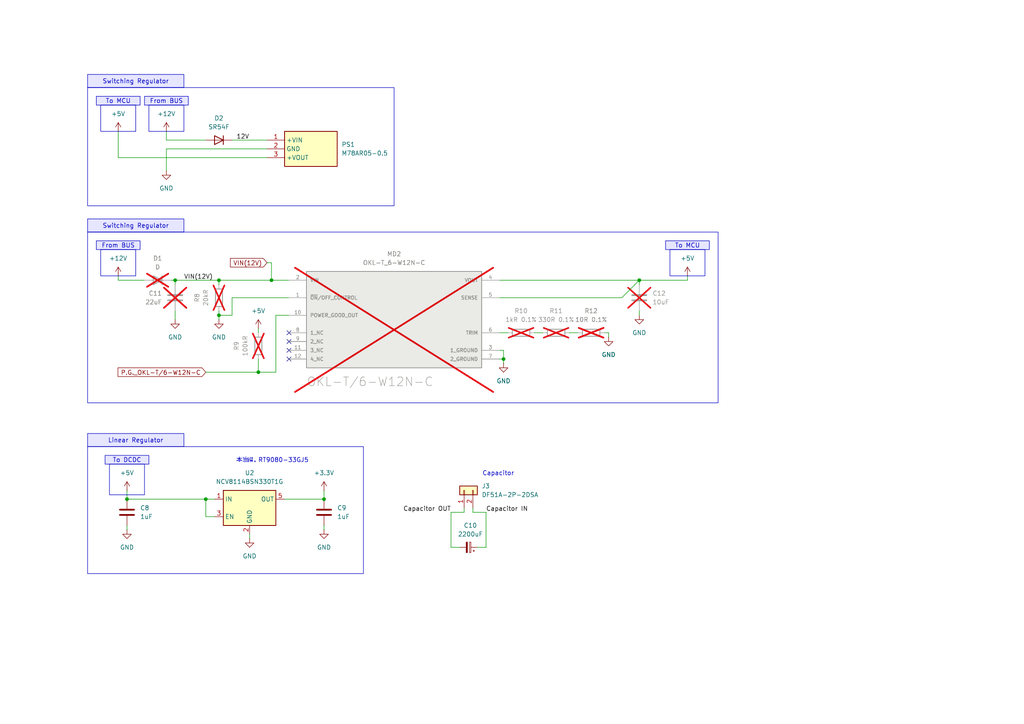
<source format=kicad_sch>
(kicad_sch (version 20250114) (generator "eeschema") (generator_version "9.0")
  (paper "A4")
  (lib_symbols
    (symbol "Connector_Generic:Conn_01x02" (pin_names (offset 1.016) (hide yes))
      (property "Reference" "J" (at 0 2.54 0))
      (property "Value" "Conn_01x02" (at 0 -5.08 0))
      (symbol "Conn_01x02_1_1"
        (rectangle (start -1.27 1.27) (end 1.27 -3.81) (stroke (width 0.254)) (fill (type background)))
        (rectangle (start -1.27 0.127) (end 0 -0.127) (stroke (width 0.1524)))
        (rectangle (start -1.27 -2.413) (end 0 -2.667) (stroke (width 0.1524)))
        (pin passive line (at -5.08 0 0) (length 3.81) (name "Pin_1") (number "1"))
        (pin passive line (at -5.08 -2.54 0) (length 3.81) (name "Pin_2") (number "2"))
      )
    )
    (symbol "Device:C" (pin_numbers (hide yes)) (pin_names (offset 0.254))
      (property "Reference" "C" (at 0.635 2.54 0))
      (property "Value" "C" (at 0.635 -2.54 0))
      (symbol "C_0_1"
        (polyline (pts (xy -2.032 0.762) (xy 2.032 0.762)) (stroke (width 0.508)))
        (polyline (pts (xy -2.032 -0.762) (xy 2.032 -0.762)) (stroke (width 0.508)))
      )
      (symbol "C_1_1"
        (pin passive line (at 0 3.81 270) (length 2.794) (name "~") (number "1"))
        (pin passive line (at 0 -3.81 90) (length 2.794) (name "~") (number "2"))
      )
    )
    (symbol "Device:C_Polarized_Small" (pin_numbers (hide yes)) (pin_names (offset 0.254) (hide yes))
      (property "Reference" "C" (at 0.254 1.778 0))
      (property "Value" "C_Polarized_Small" (at 0.254 -2.032 0))
      (symbol "C_Polarized_Small_0_1"
        (rectangle (start -1.524 0.6858) (end 1.524 0.3048))
        (rectangle (start -1.524 -0.3048) (end 1.524 -0.6858) (fill (type outline)))
        (polyline (pts (xy -1.27 1.524) (xy -0.762 1.524)))
        (polyline (pts (xy -1.016 1.27) (xy -1.016 1.778)))
      )
      (symbol "C_Polarized_Small_1_1"
        (pin passive line (at 0 2.54 270) (length 1.8542) (name "~") (number "1"))
        (pin passive line (at 0 -2.54 90) (length 1.8542) (name "~") (number "2"))
      )
    )
    (symbol "Device:D" (pin_numbers (hide yes)) (pin_names (offset 1.016) (hide yes))
      (property "Reference" "D" (at 0 2.54 0))
      (property "Value" "D" (at 0 -2.54 0))
      (symbol "D_0_1"
        (polyline (pts (xy -1.27 1.27) (xy -1.27 -1.27)) (stroke (width 0.254)))
        (polyline (pts (xy 1.27 1.27) (xy 1.27 -1.27) (xy -1.27 0) (xy 1.27 1.27)) (stroke (width 0.254)))
        (polyline (pts (xy 1.27 0) (xy -1.27 0)))
      )
      (symbol "D_1_1"
        (pin passive line (at -3.81 0 0) (length 2.54) (name "K") (number "1"))
        (pin passive line (at 3.81 0 180) (length 2.54) (name "A") (number "2"))
      )
    )
    (symbol "Device:R" (pin_numbers (hide yes)) (pin_names (offset 0))
      (property "Reference" "R" (at 2.032 0 90))
      (property "Value" "R" (at 0 0 90))
      (symbol "R_0_1"
        (rectangle (start -1.016 -2.54) (end 1.016 2.54) (stroke (width 0.254)))
      )
      (symbol "R_1_1"
        (pin passive line (at 0 3.81 270) (length 1.27) (name "~") (number "1"))
        (pin passive line (at 0 -3.81 90) (length 1.27) (name "~") (number "2"))
      )
    )
    (symbol "Regulator_Linear:NCV8114BSN330T1G"
      (property "Reference" "U" (at 0 8.89 0))
      (property "Value" "NCV8114BSN330T1G" (at 0 6.35 0))
      (symbol "NCV8114BSN330T1G_0_1"
        (rectangle (start -7.62 5.08) (end 7.62 -5.08) (stroke (width 0.254)) (fill (type background)))
      )
      (symbol "NCV8114BSN330T1G_1_1"
        (pin power_in line (at -10.16 2.54 0) (length 2.54) (name "IN") (number "1"))
        (pin input line (at -10.16 -2.54 0) (length 2.54) (name "EN") (number "3"))
        (pin power_in line (at 0 -7.62 90) (length 2.54) (name "GND") (number "2"))
        (pin no_connect line (at 7.62 -2.54 180) (length 2.54) (hide yes) (name "NC") (number "4"))
        (pin power_out line (at 10.16 2.54 180) (length 2.54) (name "OUT") (number "5"))
      )
    )
    (symbol "TSRP_IC:M78AR05-0.5"
      (property "Reference" "PS" (at 21.59 7.62 0))
      (property "Value" "M78AR05-0.5" (at 21.59 5.08 0))
      (symbol "M78AR05-0.5_1_1"
        (rectangle (start 5.08 2.54) (end 20.32 -7.62) (stroke (width 0.254)) (fill (type background)))
        (pin passive line (at 0 0 0) (length 5.08) (name "+VIN") (number "1"))
        (pin passive line (at 0 -2.54 0) (length 5.08) (name "GND") (number "2"))
        (pin passive line (at 0 -5.08 0) (length 5.08) (name "+VOUT") (number "3"))
      )
    )
    (symbol "TSRP_IC:OKL-T_6-W12N-C" (pin_names (offset 1.016))
      (property "Reference" "MD" (at 2.54 -2.54 0))
      (property "Value" "OKL-T_6-W12N-C" (at 0 0 0))
      (symbol "OKL-T_6-W12N-C_0_0"
        (rectangle (start 2.54 -33.02) (end 53.34 -5.08) (stroke (width 0.254)) (fill (type background)))
        (text "OKL-T/6-W12N-C" (at 2.54 -35.56 0) (effects (font (size 2.54 2.54)) (justify left top)))
        (pin bidirectional line (at -2.54 -7.62 0) (length 5.08) (name "VIN") (number "2"))
        (pin bidirectional line (at -2.54 -12.7 0) (length 5.08) (name "~{ON}/OFF_CONTROL") (number "1"))
        (pin open_collector line (at -2.54 -17.78 0) (length 5.08) (name "POWER_GOOD_OUT") (number "10"))
        (pin passive line (at -2.54 -22.86 0) (length 5.08) (name "1_NC") (number "8"))
        (pin passive line (at -2.54 -25.4 0) (length 5.08) (name "2_NC") (number "9"))
        (pin passive line (at -2.54 -27.94 0) (length 5.08) (name "3_NC") (number "11"))
        (pin passive line (at -2.54 -30.48 0) (length 5.08) (name "4_NC") (number "12"))
        (pin bidirectional line (at 58.42 -7.62 180) (length 5.08) (name "VOUT") (number "4"))
        (pin passive line (at 58.42 -12.7 180) (length 5.08) (name "SENSE") (number "5"))
        (pin passive line (at 58.42 -22.86 180) (length 5.08) (name "TRIM") (number "6"))
        (pin power_in line (at 58.42 -27.94 180) (length 5.08) (name "1_GROUND") (number "3"))
        (pin power_in line (at 58.42 -30.48 180) (length 5.08) (name "2_GROUND") (number "7"))
      )
    )
    (symbol "power:+12V" (power) (pin_numbers (hide yes)) (pin_names (offset 0) (hide yes))
      (property "Value" "+12V" (at 0 3.556 0))
      (symbol "+12V_0_1"
        (polyline (pts (xy -0.762 1.27) (xy 0 2.54)))
        (polyline (pts (xy 0 2.54) (xy 0.762 1.27)))
        (polyline (pts (xy 0 0) (xy 0 2.54)))
      )
      (symbol "+12V_1_1"
        (pin power_in line (at 0 0 90) (length 0) (name "~") (number "1"))
      )
    )
    (symbol "power:+3.3V" (power) (pin_numbers (hide yes)) (pin_names (offset 0) (hide yes))
      (property "Value" "+3.3V" (at 0 3.556 0))
      (symbol "+3.3V_0_1"
        (polyline (pts (xy -0.762 1.27) (xy 0 2.54)))
        (polyline (pts (xy 0 2.54) (xy 0.762 1.27)))
        (polyline (pts (xy 0 0) (xy 0 2.54)))
      )
      (symbol "+3.3V_1_1"
        (pin power_in line (at 0 0 90) (length 0) (name "~") (number "1"))
      )
    )
    (symbol "power:+5V" (power) (pin_numbers (hide yes)) (pin_names (offset 0) (hide yes))
      (property "Value" "+5V" (at 0 3.556 0))
      (symbol "+5V_0_1"
        (polyline (pts (xy -0.762 1.27) (xy 0 2.54)))
        (polyline (pts (xy 0 2.54) (xy 0.762 1.27)))
        (polyline (pts (xy 0 0) (xy 0 2.54)))
      )
      (symbol "+5V_1_1"
        (pin power_in line (at 0 0 90) (length 0) (name "~") (number "1"))
      )
    )
    (symbol "power:GND" (power) (pin_numbers (hide yes)) (pin_names (offset 0) (hide yes))
      (property "Value" "GND" (at 0 -3.81 0))
      (symbol "GND_0_1"
        (polyline (pts (xy 0 0) (xy 0 -1.27) (xy 1.27 -1.27) (xy 0 -2.54) (xy -1.27 -1.27) (xy 0 -1.27)))
      )
      (symbol "GND_1_1"
        (pin power_in line (at 0 0 270) (length 0) (name "~") (number "1"))
      )
    )
  )
  (rectangle (start 29.21 30.48) (end 39.37 38.1))
  (rectangle (start 25.4 25.4) (end 114.3 59.69))
  (rectangle (start 25.4 129.54) (end 105.41 166.37))
  (rectangle (start 43.18 30.48) (end 53.34 38.1))
  (rectangle (start 194.31 72.39) (end 204.47 80.01))
  (rectangle (start 31.75 134.62) (end 41.91 143.51))
  (rectangle (start 25.4 67.31) (end 208.28 116.84))
  (rectangle (start 29.21 72.39) (end 39.37 80.01))
  (text "Capacitor" (at 144.526 137.414 0) (effects (font (size 1.27 1.27))))
  (text "本当は，RT9080-33GJ5" (at 78.994 133.604 0) (effects (font (size 1.27 1.27))))
  (text_box "Linear Regulator" (at 25.4 125.73 0) (size 27.94 3.81) (margins 0.9525 0.9525 0.9525 0.9525) (fill (type color) (color 0 0 255 0.1)) (effects (font (size 1.27 1.27))))
  (text_box "Switching Regulator" (at 25.4 21.59 0) (size 27.94 3.81) (margins 0.9525 0.9525 0.9525 0.9525) (fill (type color) (color 0 0 255 0.1)) (effects (font (size 1.27 1.27))))
  (text_box "Switching Regulator" (at 25.4 63.5 0) (size 27.94 3.81) (margins 0.9525 0.9525 0.9525 0.9525) (fill (type color) (color 0 0 255 0.1)) (effects (font (size 1.27 1.27))))
  (text_box "To MCU" (at 27.94 27.94 0) (size 12.7 2.54) (margins 0.9525 0.9525 0.9525 0.9525) (fill (type color) (color 0 0 255 0.1)) (effects (font (size 1.27 1.27))))
  (text_box "To DCDC" (at 30.48 132.08 0) (size 12.7 2.54) (margins 0.9525 0.9525 0.9525 0.9525) (fill (type color) (color 0 0 255 0.1)) (effects (font (size 1.27 1.27))))
  (text_box "To MCU" (at 193.04 69.85 0) (size 12.7 2.54) (margins 0.9525 0.9525 0.9525 0.9525) (fill (type color) (color 0 0 255 0.1)) (effects (font (size 1.27 1.27))))
  (text_box "From BUS" (at 41.91 27.94 0) (size 12.7 2.54) (margins 0.9525 0.9525 0.9525 0.9525) (fill (type color) (color 0 0 255 0.1)) (effects (font (size 1.27 1.27))))
  (text_box "From BUS" (at 27.94 69.85 0) (size 12.7 2.54) (margins 0.9525 0.9525 0.9525 0.9525) (fill (type color) (color 0 0 255 0.1)) (effects (font (size 1.27 1.27))))
  (junction (at 74.93 107.95))
  (junction (at 146.05 104.14))
  (junction (at 59.69 144.78))
  (junction (at 63.5 91.44))
  (junction (at 78.74 81.28))
  (junction (at 36.83 144.78))
  (junction (at 50.8 81.28))
  (junction (at 63.5 81.28))
  (junction (at 185.42 81.28))
  (junction (at 93.98 144.78))
  (no_connect (at 83.82 96.52))
  (no_connect (at 83.82 104.14))
  (no_connect (at 83.82 101.6))
  (no_connect (at 83.82 99.06))
  (wire (pts (xy 67.31 40.64) (xy 77.47 40.64)))
  (wire (pts (xy 165.1 96.52) (xy 167.64 96.52)))
  (wire (pts (xy 175.26 96.52) (xy 176.53 96.52)))
  (wire (pts (xy 144.78 96.52) (xy 147.32 96.52)))
  (wire (pts (xy 74.93 95.25) (xy 74.93 96.52)))
  (wire (pts (xy 63.5 91.44) (xy 63.5 90.17)))
  (wire (pts (xy 48.26 43.18) (xy 48.26 49.53)))
  (wire (pts (xy 36.83 144.78) (xy 36.83 142.24)))
  (wire (pts (xy 185.42 81.28) (xy 185.42 82.55)))
  (wire (pts (xy 59.69 107.95) (xy 74.93 107.95)))
  (wire (pts (xy 144.78 101.6) (xy 146.05 101.6)))
  (wire (pts (xy 48.26 40.64) (xy 48.26 38.1)))
  (wire (pts (xy 146.05 101.6) (xy 146.05 104.14)))
  (wire (pts (xy 180.34 86.36) (xy 185.42 81.28)))
  (wire (pts (xy 48.26 40.64) (xy 59.69 40.64)))
  (wire (pts (xy 80.01 91.44) (xy 80.01 107.95)))
  (wire (pts (xy 49.53 81.28) (xy 50.8 81.28)))
  (wire (pts (xy 138.43 158.75) (xy 140.97 158.75)))
  (wire (pts (xy 59.69 149.86) (xy 59.69 144.78)))
  (wire (pts (xy 63.5 82.55) (xy 63.5 81.28)))
  (wire (pts (xy 78.74 76.2) (xy 78.74 81.28)))
  (wire (pts (xy 78.74 81.28) (xy 83.82 81.28)))
  (wire (pts (xy 130.81 158.75) (xy 133.35 158.75)))
  (wire (pts (xy 83.82 86.36) (xy 67.31 86.36)))
  (wire (pts (xy 50.8 82.55) (xy 50.8 81.28)))
  (wire (pts (xy 77.47 45.72) (xy 34.29 45.72)))
  (wire (pts (xy 77.47 43.18) (xy 48.26 43.18)))
  (wire (pts (xy 50.8 81.28) (xy 63.5 81.28)))
  (wire (pts (xy 72.39 156.21) (xy 72.39 154.94)))
  (wire (pts (xy 36.83 152.4) (xy 36.83 153.67)))
  (wire (pts (xy 34.29 45.72) (xy 34.29 38.1)))
  (wire (pts (xy 176.53 96.52) (xy 176.53 97.79)))
  (wire (pts (xy 130.81 148.59) (xy 130.81 158.75)))
  (wire (pts (xy 67.31 91.44) (xy 63.5 91.44)))
  (wire (pts (xy 144.78 81.28) (xy 185.42 81.28)))
  (wire (pts (xy 185.42 81.28) (xy 199.39 81.28)))
  (wire (pts (xy 134.62 147.32) (xy 134.62 148.59)))
  (wire (pts (xy 146.05 104.14) (xy 146.05 105.41)))
  (wire (pts (xy 93.98 152.4) (xy 93.98 153.67)))
  (wire (pts (xy 144.78 86.36) (xy 180.34 86.36)))
  (wire (pts (xy 82.55 144.78) (xy 93.98 144.78)))
  (wire (pts (xy 62.23 144.78) (xy 59.69 144.78)))
  (wire (pts (xy 134.62 148.59) (xy 130.81 148.59)))
  (wire (pts (xy 154.94 96.52) (xy 157.48 96.52)))
  (wire (pts (xy 63.5 81.28) (xy 78.74 81.28)))
  (wire (pts (xy 185.42 90.17) (xy 185.42 91.44)))
  (wire (pts (xy 34.29 81.28) (xy 34.29 80.01)))
  (wire (pts (xy 144.78 104.14) (xy 146.05 104.14)))
  (wire (pts (xy 77.47 76.2) (xy 78.74 76.2)))
  (wire (pts (xy 63.5 91.44) (xy 63.5 92.71)))
  (wire (pts (xy 137.16 147.32) (xy 137.16 148.59)))
  (wire (pts (xy 62.23 149.86) (xy 59.69 149.86)))
  (wire (pts (xy 199.39 81.28) (xy 199.39 80.01)))
  (wire (pts (xy 140.97 148.59) (xy 140.97 158.75)))
  (wire (pts (xy 80.01 107.95) (xy 74.93 107.95)))
  (wire (pts (xy 34.29 81.28) (xy 41.91 81.28)))
  (wire (pts (xy 93.98 144.78) (xy 93.98 142.24)))
  (wire (pts (xy 83.82 91.44) (xy 80.01 91.44)))
  (wire (pts (xy 74.93 104.14) (xy 74.93 107.95)))
  (wire (pts (xy 67.31 86.36) (xy 67.31 91.44)))
  (wire (pts (xy 137.16 148.59) (xy 140.97 148.59)))
  (wire (pts (xy 59.69 144.78) (xy 36.83 144.78)))
  (wire (pts (xy 50.8 90.17) (xy 50.8 92.71)))
  (label "Capacitor IN" (at 140.97 148.59 0))
  (label "12V" (at 68.58 40.64 0))
  (label "VIN(12V)" (at 53.34 81.28 0))
  (label "Capacitor OUT" (at 130.81 148.59 180))
  (global_label "P.G._OKL-T{slash}6-W12N-C" (shape input) (at 59.69 107.95 180) (property "Intersheetrefs" "${INTERSHEET_REFS}" (effects (hide yes))))
  (global_label "VIN(12V)" (shape input) (at 77.47 76.2 180) (property "Intersheetrefs" "${INTERSHEET_REFS}" (effects (hide yes))))
  (symbol (lib_id "Device:R") (at 161.29 96.52 90) (unit 1) (exclude_from_sim yes) (in_bom no) (on_board no) (dnp yes)
    (property "Reference" "R11" (at 161.29 90.17 90))
    (property "Value" "330R 0.1%" (at 161.29 92.71 90))
    (property "Footprint" "Resistor_SMD:R_0603_1608Metric_Pad0.98x0.95mm_HandSolder" (effects (hide yes)))
    (property "Description" "Resistor" (effects (hide yes)))
  )
  (symbol (lib_id "Regulator_Linear:NCV8114BSN330T1G") (at 72.39 147.32 0) (unit 1)
    (property "Reference" "U2" (at 72.39 137.16 0))
    (property "Value" "NCV8114BSN330T1G" (at 72.39 139.7 0))
    (property "Footprint" "Package_TO_SOT_SMD:TSOT-23-5" (effects (hide yes)))
    (property "Datasheet" "https://akizukidenshi.com/catalog/g/g129588/" (effects (hide yes)))
    (property "Description" "300mA, Low Noise, Linear Regulator without output active discharge function, 1.7-5.5V input voltage range, 3.3V fixed positive output, TSOT-23-5" (effects (hide yes)))
  )
  (symbol (lib_id "power:GND") (at 50.8 92.71 0) (unit 1)
    (property "Reference" "#PWR042" (effects (hide yes)))
    (property "Value" "GND" (at 50.8 97.79 0))
    (property "Description" "Power symbol creates a global label with name \"GND\" , ground" (effects (hide yes)))
  )
  (symbol (lib_id "power:GND") (at 146.05 105.41 0) (unit 1)
    (property "Reference" "#PWR045" (effects (hide yes)))
    (property "Value" "GND" (at 146.05 110.49 0))
    (property "Description" "Power symbol creates a global label with name \"GND\" , ground" (effects (hide yes)))
  )
  (symbol (lib_id "power:+12V") (at 48.26 38.1 0) (unit 1)
    (property "Reference" "#PWR020" (effects (hide yes)))
    (property "Value" "+12V" (at 48.26 33.02 0))
    (property "Description" "Power symbol creates a global label with name \"+12V\"" (effects (hide yes)))
  )
  (symbol (lib_id "Device:R") (at 171.45 96.52 90) (unit 1) (exclude_from_sim yes) (in_bom no) (on_board no) (dnp yes)
    (property "Reference" "R12" (at 171.45 90.17 90))
    (property "Value" "10R 0.1%" (at 171.45 92.71 90))
    (property "Footprint" "Resistor_SMD:R_0603_1608Metric_Pad0.98x0.95mm_HandSolder" (effects (hide yes)))
    (property "Description" "Resistor" (effects (hide yes)))
  )
  (symbol (lib_id "power:+5V") (at 199.39 80.01 0) (unit 1)
    (property "Reference" "#PWR048" (effects (hide yes)))
    (property "Value" "+5V" (at 199.39 74.93 0))
    (property "Description" "Power symbol creates a global label with name \"+5V\"" (effects (hide yes)))
  )
  (symbol (lib_id "power:GND") (at 36.83 153.67 0) (unit 1)
    (property "Reference" "#PWR036" (effects (hide yes)))
    (property "Value" "GND" (at 36.83 158.75 0))
    (property "Description" "Power symbol creates a global label with name \"GND\" , ground" (effects (hide yes)))
  )
  (symbol (lib_id "power:GND") (at 48.26 49.53 0) (unit 1)
    (property "Reference" "#PWR022" (effects (hide yes)))
    (property "Value" "GND" (at 48.26 54.61 0))
    (property "Description" "Power symbol creates a global label with name \"GND\" , ground" (effects (hide yes)))
  )
  (symbol (lib_id "Device:R") (at 151.13 96.52 90) (unit 1) (exclude_from_sim yes) (in_bom no) (on_board no) (dnp yes)
    (property "Reference" "R10" (at 151.13 90.17 90))
    (property "Value" "1kR 0.1%" (at 151.13 92.71 90))
    (property "Footprint" "Resistor_SMD:R_0603_1608Metric_Pad0.98x0.95mm_HandSolder" (effects (hide yes)))
    (property "Description" "Resistor" (effects (hide yes)))
  )
  (symbol (lib_id "Device:D") (at 63.5 40.64 180) (unit 1)
    (property "Reference" "D2" (at 63.5 34.29 0))
    (property "Value" "SR54F" (at 63.5 36.83 0))
    (property "Footprint" "Diode_SMD:D_SMA" (effects (hide yes)))
    (property "Datasheet" "https://akizukidenshi.com/catalog/g/g106125/" (effects (hide yes)))
    (property "Description" "Diode" (effects (hide yes)))
    (property "Sim.Device" "D" (effects (hide yes)))
    (property "Sim.Pins" "1=K 2=A" (effects (hide yes)))
  )
  (symbol (lib_id "Device:C") (at 50.8 86.36 0) (mirror y) (unit 1) (exclude_from_sim yes) (in_bom no) (on_board no) (dnp yes)
    (property "Reference" "C11" (at 46.99 85.0899 0) (effects (justify left)))
    (property "Value" "22uF" (at 46.99 87.6299 0) (effects (justify left)))
    (property "Footprint" "Capacitor_SMD:C_0805_2012Metric_Pad1.18x1.45mm_HandSolder" (effects (hide yes)))
    (property "Datasheet" "https://akizukidenshi.com/catalog/g/g108240/" (effects (hide yes)))
    (property "Description" "Unpolarized capacitor" (effects (hide yes)))
  )
  (symbol (lib_id "power:GND") (at 185.42 91.44 0) (unit 1)
    (property "Reference" "#PWR047" (effects (hide yes)))
    (property "Value" "GND" (at 185.42 96.52 0))
    (property "Description" "Power symbol creates a global label with name \"GND\" , ground" (effects (hide yes)))
  )
  (symbol (lib_id "Device:R") (at 63.5 86.36 0) (mirror y) (unit 1) (exclude_from_sim yes) (in_bom no) (on_board no) (dnp yes)
    (property "Reference" "R8" (at 57.15 86.36 90))
    (property "Value" "20kR" (at 59.69 86.36 90))
    (property "Footprint" "Resistor_SMD:R_0603_1608Metric_Pad0.98x0.95mm_HandSolder" (effects (hide yes)))
    (property "Datasheet" "https://www.digikey.jp/ja/products/detail/panasonic-electronic-components/ERA-3ARB203V/3073650" (effects (hide yes)))
    (property "Description" "Resistor" (effects (hide yes)))
  )
  (symbol (lib_id "Device:C") (at 93.98 148.59 0) (unit 1)
    (property "Reference" "C9" (at 97.79 147.3199 0) (effects (justify left)))
    (property "Value" "1uF" (at 97.79 149.8599 0) (effects (justify left)))
    (property "Footprint" "Capacitor_SMD:C_0603_1608Metric_Pad1.08x0.95mm_HandSolder" (effects (hide yes)))
    (property "Description" "Unpolarized capacitor" (effects (hide yes)))
  )
  (symbol (lib_id "Device:R") (at 74.93 100.33 0) (mirror y) (unit 1) (exclude_from_sim yes) (in_bom no) (on_board no) (dnp yes)
    (property "Reference" "R9" (at 68.58 100.33 90))
    (property "Value" "100kR" (at 71.12 100.33 90))
    (property "Footprint" "Resistor_SMD:R_0603_1608Metric_Pad0.98x0.95mm_HandSolder" (effects (hide yes)))
    (property "Datasheet" "https://www.sengoku.co.jp/mod/sgk_cart/detail.php?code=EEHD-57HD" (effects (hide yes)))
    (property "Description" "Resistor" (effects (hide yes)))
  )
  (symbol (lib_id "power:GND") (at 72.39 156.21 0) (unit 1)
    (property "Reference" "#PWR034" (effects (hide yes)))
    (property "Value" "GND" (at 72.39 161.29 0))
    (property "Description" "Power symbol creates a global label with name \"GND\" , ground" (effects (hide yes)))
  )
  (symbol (lib_id "power:+3.3V") (at 93.98 142.24 0) (unit 1)
    (property "Reference" "#PWR033" (effects (hide yes)))
    (property "Value" "+3.3V" (at 93.98 137.16 0))
    (property "Description" "Power symbol creates a global label with name \"+3.3V\"" (effects (hide yes)))
  )
  (symbol (lib_id "power:+5V") (at 74.93 95.25 0) (unit 1)
    (property "Reference" "#PWR044" (effects (hide yes)))
    (property "Value" "+5V" (at 74.93 90.17 0))
    (property "Description" "Power symbol creates a global label with name \"+5V\"" (effects (hide yes)))
  )
  (symbol (lib_id "power:GND") (at 63.5 92.71 0) (unit 1)
    (property "Reference" "#PWR043" (effects (hide yes)))
    (property "Value" "GND" (at 63.5 97.79 0))
    (property "Description" "Power symbol creates a global label with name \"GND\" , ground" (effects (hide yes)))
  )
  (symbol (lib_id "Device:D") (at 45.72 81.28 180) (unit 1) (exclude_from_sim yes) (in_bom no) (on_board no) (dnp yes)
    (property "Reference" "D1" (at 45.72 74.93 0))
    (property "Value" "D" (at 45.72 77.47 0))
    (property "Footprint" "Diode_SMD:D_SMA" (effects (hide yes)))
    (property "Description" "Diode" (effects (hide yes)))
    (property "Sim.Device" "D" (effects (hide yes)))
    (property "Sim.Pins" "1=K 2=A" (effects (hide yes)))
  )
  (symbol (lib_id "power:+12V") (at 34.29 80.01 0) (unit 1)
    (property "Reference" "#PWR041" (effects (hide yes)))
    (property "Value" "+12V" (at 34.29 74.93 0))
    (property "Description" "Power symbol creates a global label with name \"+12V\"" (effects (hide yes)))
  )
  (symbol (lib_id "Connector_Generic:Conn_01x02") (at 134.62 142.24 90) (unit 1)
    (property "Reference" "J3" (at 139.7 140.9699 90) (effects (justify right)))
    (property "Value" "DF51A-2P-2DSA" (at 139.7 143.5099 90) (effects (justify right)))
    (property "Footprint" "TSRP_Connector_Hirose:DF51A-2P-2DSA" (effects (hide yes)))
    (property "Description" "Generic connector, single row, 01x02, script generated (kicad-library-utils/schlib/autogen/connector/)" (effects (hide yes)))
  )
  (symbol (lib_id "Device:C") (at 36.83 148.59 0) (unit 1)
    (property "Reference" "C8" (at 40.64 147.3199 0) (effects (justify left)))
    (property "Value" "1uF" (at 40.64 149.8599 0) (effects (justify left)))
    (property "Footprint" "Capacitor_SMD:C_0603_1608Metric_Pad1.08x0.95mm_HandSolder" (effects (hide yes)))
    (property "Description" "Unpolarized capacitor" (effects (hide yes)))
  )
  (symbol (lib_id "power:+5V") (at 36.83 142.24 0) (unit 1)
    (property "Reference" "#PWR032" (effects (hide yes)))
    (property "Value" "+5V" (at 36.83 137.16 0))
    (property "Description" "Power symbol creates a global label with name \"+5V\"" (effects (hide yes)))
  )
  (symbol (lib_id "Device:C_Polarized_Small") (at 135.89 158.75 270) (mirror x) (unit 1)
    (property "Reference" "C10" (at 136.4361 152.4 90))
    (property "Value" "2200uF" (at 136.4361 154.94 90))
    (property "Footprint" "Capacitor_THT:CP_Radial_D18.0mm_P7.50mm" (effects (hide yes)))
    (property "Datasheet" "https://akizukidenshi.com/catalog/g/g102723/" (effects (hide yes)))
    (property "Description" "Polarized capacitor, small symbol" (effects (hide yes)))
  )
  (symbol (lib_id "power:GND") (at 93.98 153.67 0) (unit 1)
    (property "Reference" "#PWR035" (effects (hide yes)))
    (property "Value" "GND" (at 93.98 158.75 0))
    (property "Description" "Power symbol creates a global label with name \"GND\" , ground" (effects (hide yes)))
  )
  (symbol (lib_id "power:GND") (at 176.53 97.79 0) (unit 1)
    (property "Reference" "#PWR046" (effects (hide yes)))
    (property "Value" "GND" (at 176.53 102.87 0))
    (property "Description" "Power symbol creates a global label with name \"GND\" , ground" (effects (hide yes)))
  )
  (symbol (lib_id "TSRP_IC:OKL-T_6-W12N-C") (at 86.36 73.66 0) (unit 1) (exclude_from_sim yes) (in_bom no) (on_board no) (dnp yes)
    (property "Reference" "MD2" (at 114.3 73.66 0))
    (property "Value" "OKL-T_6-W12N-C" (at 114.3 76.2 0))
    (property "Footprint" "TSRP_IC:MURATA_OKL-T-6-W12N-C_0" (effects (hide yes)))
    (property "Datasheet" "https://www.murata.com/en-us/products/productdetail.aspx?partno=OKL-T/6-W12N-C" (effects (hide yes)))
    (property "MOUSER_DESCRIPTION" "Non-Isolated DC/DC Converters 12Vin .59-5.5Vout 6A 30W Neg Polarity" (effects (hide yes)))
    (property "NUMBER_OF_OUTPUTS" "1" (effects (hide yes)))
    (property "Check_prices" "https://www.snapeda.com/parts/OKL-T/6-W12N-C/Murata+Power+Solutions+Inc./view-part/?ref=eda" (effects (hide yes)))
    (property "MOUSER_PART_NUMBER" "580-OKL-T/6-W12N-C" (effects (hide yes)))
    (property "MFG_PACKAGE_IDENT_COMPONENT_ID" "4873da16363307f0" (effects (hide yes)))
    (property "AUTOMOTIVE" "No" (effects (hide yes)))
    (property "SWITCHING_TOPOLOGY" "Buck" (effects (hide yes)))
    (property "MFG_PACKAGE_IDENT_DATE" "0" (effects (hide yes)))
    (property "PREFIX" "MD" (effects (hide yes)))
    (property "MAX_SUPPLY_VOLTAGE" "14V" (effects (hide yes)))
    (property "TEMPERATURE_RANGE_LOW" "-40°C" (effects (hide yes)))
    (property "OUTPUT_CURRENT" "6A" (effects (hide yes)))
    (property "OUTPUT_VOLTAGE" "0.591-5.5V" (effects (hide yes)))
    (property "DIGIKEY_DESCRIPTION" "DC DC CONVERTER 0.591-5.5V 30W" (effects (hide yes)))
    (property "CENTROID_NOT_SPECIFIED" "No" (effects (hide yes)))
    (property "Description_1" "Non-Isolated PoL Module DC DC Converter 1 Output 0.591 ~ 5.5V - - 6A 4.5V - 14V Input" (effects (hide yes)))
    (property "Price" "None" (effects (hide yes)))
    (property "Package" "Murata Power Solutions Inc." (effects (hide yes)))
    (property "DEVICE_CLASS_L1" "Integrated Circuits (ICs)" (effects (hide yes)))
    (property "DEVICE_CLASS_L3" "Voltage Regulators - Switching" (effects (hide yes)))
    (property "DEVICE_CLASS_L2" "Power Management ICs" (effects (hide yes)))
    (property "OUTPUT_TYPE" "AdjustableProgrammable" (effects (hide yes)))
    (property "FOOTPRINT_VARIANT_NAME_0" "Recommended_Land_Pattern" (effects (hide yes)))
    (property "MP" "OKL-T/6-W12N-C" (effects (hide yes)))
    (property "DIGIKEY_PART_NUMBER" "811-2214-1-ND" (effects (hide yes)))
    (property "PACKAGE" "iLGA12" (effects (hide yes)))
    (property "LEAD_FREE" "Yes" (effects (hide yes)))
    (property "HEIGHT" "7.2mm" (effects (hide yes)))
    (property "SnapEDA_Link" "https://www.snapeda.com/parts/OKL-T/6-W12N-C/Murata+Power+Solutions+Inc./view-part/?ref=snap" (effects (hide yes)))
    (property "VERIFICATION_VERSION" "0.0.0.3" (effects (hide yes)))
    (property "MFG_PACKAGE_IDENT" "OKL-T/6-W12" (effects (hide yes)))
    (property "MF" "Murata Power Solutions Inc." (effects (hide yes)))
    (property "SWITCHING_FREQUENCY" "600kHz" (effects (hide yes)))
    (property "MPN" "OKL-T/6-W12N-C" (effects (hide yes)))
    (property "TEMPERATURE_RANGE_HIGH" "+85°C" (effects (hide yes)))
    (property "NOMINAL_SUPPLY_CURRENT" "20mA" (effects (hide yes)))
    (property "MIN_SUPPLY_VOLTAGE" "4.5V" (effects (hide yes)))
    (property "MFG_PACKAGE_IDENT_REV" "0" (effects (hide yes)))
    (property "Availability" "In Stock" (effects (hide yes)))
    (property "ROHS" "Yes" (effects (hide yes)))
  )
  (symbol (lib_id "Device:C") (at 185.42 86.36 0) (unit 1) (exclude_from_sim yes) (in_bom no) (on_board no) (dnp yes)
    (property "Reference" "C12" (at 189.23 85.0899 0) (effects (justify left)))
    (property "Value" "10uF" (at 189.23 87.6299 0) (effects (justify left)))
    (property "Footprint" "Capacitor_SMD:C_0805_2012Metric_Pad1.18x1.45mm_HandSolder" (effects (hide yes)))
    (property "Datasheet" "https://akizukidenshi.com/catalog/g/g113388/" (effects (hide yes)))
    (property "Description" "Unpolarized capacitor" (effects (hide yes)))
  )
  (symbol (lib_id "TSRP_IC:M78AR05-0.5") (at 77.47 40.64 0) (unit 1)
    (property "Reference" "PS1" (at 99.06 41.9099 0) (effects (justify left)))
    (property "Value" "M78AR05-0.5" (at 99.06 44.4499 0) (effects (justify left)))
    (property "Footprint" "TSRP_IC:M78AR03305" (effects (hide yes)))
    (property "Datasheet" "https://www.minmaxpower.com/storage/media/Product-MINMAX/M78AR-0.5/M78AR-0.5_Datasheet.pdf" (effects (hide yes)))
    (property "Description" "The M78AR-0.5 series is a new range of switching regulators designed as a drop-in replacement for old LM78xx linear regulators with low efficiency.The very high efficiency of these step-down converters allow an operating temperature up to 80 at full-load without need of any heatsink. The regulators come in a package which fits in the standard TO-220 footprint of linear regulators." (effects (hide yes)))
    (property "Height" "10.7" (effects (hide yes)))
    (property "Manufacturer_Name" "Minmax" (effects (hide yes)))
    (property "Manufacturer_Part_Number" "M78AR05-0.5" (effects (hide yes)))
  )
  (symbol (lib_id "power:+5V") (at 34.29 38.1 0) (unit 1)
    (property "Reference" "#PWR021" (effects (hide yes)))
    (property "Value" "+5V" (at 34.29 33.02 0))
    (property "Description" "Power symbol creates a global label with name \"+5V\"" (effects (hide yes)))
  )
)
</source>
